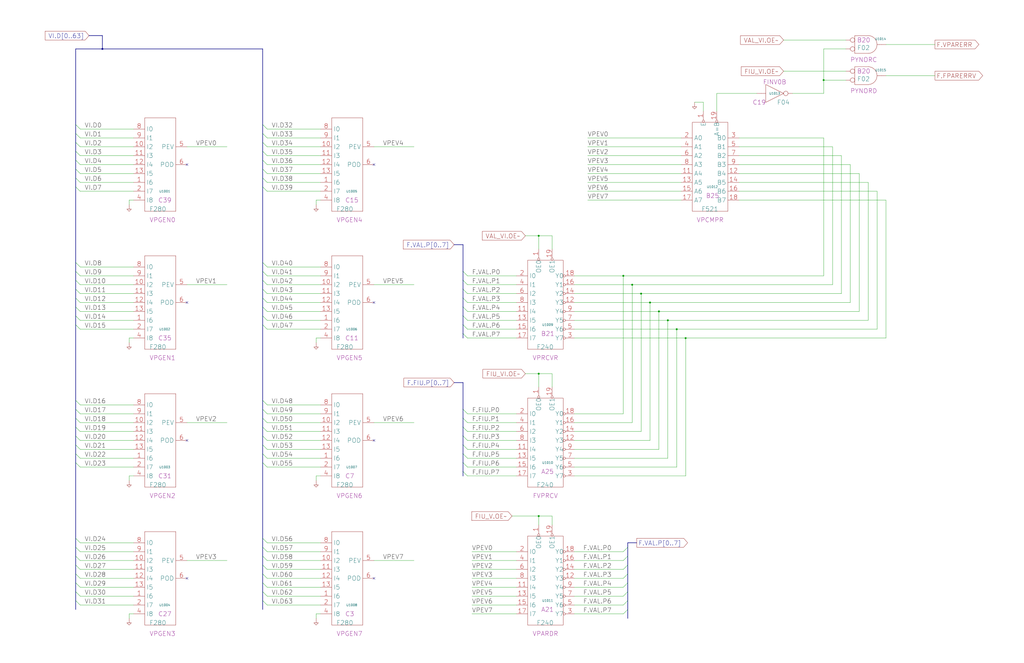
<source format=kicad_sch>
(kicad_sch (version 20250114) (generator "eeschema") (generator_version "9.0")
  (paper "User" 584.2 378.46)
  (title_block (title "VAL/FIU BUS PARITY") (date "20-MAR-90") (rev "1.0") (comment 1 "FIU") (comment 2 "232-003065") (comment 3 "S400") (comment 4 "RELEASED"))
  (lib_symbols
    (symbol "r1000:F02" (pin_numbers (hide yes)) (pin_names (hide yes))
      (property "Reference" "U" (at 12.16 0.635 0))
      (property "Value" "F02" (at -1.27 -4.445 0))
      (property "Location" "___" (at 2.54 0 0))
      (property "Name" "______" (at 2.54 -12.7 0))
      (symbol "F02_0_1"
        (arc (start -3.81 2.54) (mid -2.9847 -2.54) (end -3.81 -7.62) (stroke (width 0.1524)))
        (polyline (pts (xy -5.08 0) (xy -3.175 0)) (stroke (width 0.1524)))
        (polyline (pts (xy -5.08 -5.08) (xy -3.175 -5.08)) (stroke (width 0.1524)))
        (polyline (pts (xy -3.81 2.54) (xy 2.54 2.54)) (stroke (width 0.1524)))
        (polyline (pts (xy -3.81 -7.62) (xy 2.54 -7.62)) (stroke (width 0.1524)))
        (arc (start 2.54 2.54) (mid 6.9477 0.8966) (end 10.16 -2.54) (stroke (width 0.1524)))
        (arc (start 10.16 -2.54) (mid 6.9515 -5.9823) (end 2.54 -7.62) (stroke (width 0.1524)))
        (circle (center 11.43 -2.54) (radius 1.27) (stroke (width 0.1524)))
        (polyline (pts (xy 13.97 -2.54) (xy 12.7 -2.54)) (stroke (width 0.1524)))
      )
      (symbol "F02_0_2"
        (circle (center -3.81 0) (radius 1.27) (stroke (width 0.1524)))
        (circle (center -3.81 -5.08) (radius 1.27) (stroke (width 0.1524)))
        (polyline (pts (xy -2.54 2.54) (xy -2.54 -7.62)) (stroke (width 0.1524)))
        (polyline (pts (xy -2.54 2.54) (xy 5.08 2.54)) (stroke (width 0.1524)))
        (polyline (pts (xy -2.54 -7.62) (xy 5.08 -7.62)) (stroke (width 0.1524)))
        (arc (start 5.08 2.54) (mid 10.1281 -2.54) (end 5.08 -7.62) (stroke (width 0.1524)))
        (polyline (pts (xy 11.43 -2.54) (xy 10.16 -2.54)) (stroke (width 0.1524)))
        (polyline (pts (xy 11.43 -2.54) (xy 12.7 -2.54)) (stroke (width 0.1524)))
      )
      (symbol "F02_1_1"
        (pin input line (at -7.62 0 0) (length 2.54) (name "D0") (number "1"))
        (pin input line (at -7.62 -5.08 0) (length 2.54) (name "D1") (number "2"))
        (pin output line (at 15.24 -2.54 180) (length 1.27) (name "Q") (number "3"))
      )
      (symbol "F02_1_2"
        (pin input line (at -7.62 0 0) (length 2.54) (name "D0") (number "1"))
        (pin input line (at -7.62 -5.08 0) (length 2.54) (name "D1") (number "2"))
        (pin output line (at 15.24 -2.54 180) (length 2.54) (name "Q") (number "3"))
      )
    )
    (symbol "r1000:F04" (pin_numbers (hide yes)) (pin_names (hide yes))
      (property "Reference" "U" (at 0 0 0))
      (property "Value" "F04" (at 1.27 -5.08 0))
      (property "Location" "___" (at -12.7 -5.08 0))
      (property "Name" "______" (at 0 5.08 0))
      (symbol "F04_0_1"
        (polyline (pts (xy -7.62 0) (xy -5.08 0)) (stroke (width 0.1524)))
        (polyline (pts (xy -5.08 5.08) (xy -5.08 -5.08)) (stroke (width 0.1524)))
        (polyline (pts (xy 5.08 0) (xy -5.08 5.08)) (stroke (width 0.1524)))
        (polyline (pts (xy 5.08 0) (xy -5.08 -5.08)) (stroke (width 0.1524)))
        (circle (center 6.35 0) (radius 1.27) (stroke (width 0.1524)))
      )
      (symbol "F04_1_1"
        (pin input line (at -10.16 0 0) (length 2.54) (name "D0") (number "1"))
        (pin output line (at 10.16 0 180) (length 2.54) (name "Q") (number "2"))
      )
    )
    (symbol "r1000:F240" (pin_names (offset 1.016))
      (property "Reference" "U" (at 2.54 5.08 0))
      (property "Value" "F240" (at -3.81 -7.62 0))
      (property "Location" "___" (at -1.27 0 0))
      (property "Name" "______" (at 1.27 -15.24 0))
      (symbol "F240_1_1"
        (rectangle (start -8.89 41.91) (end 11.43 -8.89))
        (circle (center -2.54 42.545) (radius 0.635))
        (circle (center 5.08 42.545) (radius 0.635))
        (circle (center 12.065 33.02) (radius 0.635))
        (circle (center 12.065 27.94) (radius 0.635))
        (circle (center 12.065 22.86) (radius 0.635))
        (circle (center 12.065 17.78) (radius 0.635))
        (circle (center 12.065 12.7) (radius 0.635))
        (circle (center 12.065 7.62) (radius 0.635))
        (circle (center 12.065 2.54) (radius 0.635))
        (circle (center 12.065 -2.54) (radius 0.635))
        (pin input line (at -15.24 33.02 0) (length 6.35) (name "I0") (number "2"))
        (pin input line (at -15.24 27.94 0) (length 6.35) (name "I1") (number "4"))
        (pin input line (at -15.24 22.86 0) (length 6.35) (name "I2") (number "6"))
        (pin input line (at -15.24 17.78 0) (length 6.35) (name "I3") (number "8"))
        (pin input line (at -15.24 12.7 0) (length 6.35) (name "I4") (number "11"))
        (pin input line (at -15.24 7.62 0) (length 6.35) (name "I5") (number "13"))
        (pin input line (at -15.24 2.54 0) (length 6.35) (name "I6") (number "15"))
        (pin input line (at -15.24 -2.54 0) (length 6.35) (name "I7") (number "17"))
        (pin input line (at -2.54 48.26 270) (length 5.08) (name "OE0") (number "1"))
        (pin input line (at 5.08 48.26 270) (length 5.08) (name "OE1") (number "19"))
        (pin tri_state line (at 17.78 33.02 180) (length 5.08) (name "Y0") (number "18"))
        (pin tri_state line (at 17.78 27.94 180) (length 5.08) (name "Y1") (number "16"))
        (pin tri_state line (at 17.78 22.86 180) (length 5.08) (name "Y2") (number "14"))
        (pin tri_state line (at 17.78 17.78 180) (length 5.08) (name "Y3") (number "12"))
        (pin tri_state line (at 17.78 12.7 180) (length 5.08) (name "Y4") (number "9"))
        (pin tri_state line (at 17.78 7.62 180) (length 5.08) (name "Y5") (number "7"))
        (pin tri_state line (at 17.78 2.54 180) (length 5.08) (name "Y6") (number "5"))
        (pin tri_state line (at 17.78 -2.54 180) (length 5.08) (name "Y7") (number "3"))
      )
    )
    (symbol "r1000:F280" (pin_names (offset 1.016))
      (property "Reference" "U" (at 2.54 5.08 0))
      (property "Value" "F280" (at -6.35 -5.08 0))
      (property "Location" "___" (at -1.27 0 0))
      (property "Name" "______" (at 1.27 -12.7 0))
      (symbol "F280_1_1"
        (rectangle (start -8.89 46.99) (end 8.89 -6.35))
        (pin input line (at -15.24 40.64 0) (length 6.35) (name "I0") (number "8"))
        (pin input line (at -15.24 35.56 0) (length 6.35) (name "I1") (number "9"))
        (pin input line (at -15.24 30.48 0) (length 6.35) (name "I2") (number "10"))
        (pin input line (at -15.24 25.4 0) (length 6.35) (name "I3") (number "11"))
        (pin input line (at -15.24 20.32 0) (length 6.35) (name "I4") (number "12"))
        (pin input line (at -15.24 15.24 0) (length 6.35) (name "I5") (number "13"))
        (pin input line (at -15.24 10.16 0) (length 6.35) (name "I6") (number "1"))
        (pin input line (at -15.24 5.08 0) (length 6.35) (name "I7") (number "2"))
        (pin input line (at -15.24 0 0) (length 6.35) (name "I8") (number "4"))
        (pin output line (at 15.24 30.48 180) (length 6.35) (name "PEV") (number "5"))
        (pin output line (at 15.24 20.32 180) (length 6.35) (name "POD") (number "6"))
      )
    )
    (symbol "r1000:F521" (pin_names (offset 1.016))
      (property "Reference" "U" (at 2.54 5.08 0))
      (property "Value" "F521" (at -3.81 -7.62 0))
      (property "Location" "___" (at -1.27 0 0))
      (property "Name" "______" (at 1.27 -15.24 0))
      (symbol "F521_1_1"
        (rectangle (start -8.89 41.91) (end 11.43 -8.89))
        (circle (center -2.54 42.545) (radius 0.635))
        (circle (center 5.08 42.545) (radius 0.635))
        (pin input line (at -15.24 33.02 0) (length 6.35) (name "A0") (number "2"))
        (pin input line (at -15.24 27.94 0) (length 6.35) (name "A1") (number "4"))
        (pin input line (at -15.24 22.86 0) (length 6.35) (name "A2") (number "6"))
        (pin input line (at -15.24 17.78 0) (length 6.35) (name "A3") (number "8"))
        (pin input line (at -15.24 12.7 0) (length 6.35) (name "A4") (number "11"))
        (pin input line (at -15.24 7.62 0) (length 6.35) (name "A5") (number "13"))
        (pin input line (at -15.24 2.54 0) (length 6.35) (name "A6") (number "15"))
        (pin input line (at -15.24 -2.54 0) (length 6.35) (name "A7") (number "17"))
        (pin input line (at -2.54 48.26 270) (length 5.08) (name "E") (number "1"))
        (pin output line (at 5.08 48.26 270) (length 5.08) (name "A=B") (number "19"))
        (pin input line (at 17.78 33.02 180) (length 6.35) (name "B0") (number "3"))
        (pin input line (at 17.78 27.94 180) (length 6.35) (name "B1") (number "5"))
        (pin input line (at 17.78 22.86 180) (length 6.35) (name "B2") (number "7"))
        (pin input line (at 17.78 17.78 180) (length 6.35) (name "B3") (number "9"))
        (pin input line (at 17.78 12.7 180) (length 6.35) (name "B4") (number "12"))
        (pin input line (at 17.78 7.62 180) (length 6.35) (name "B5") (number "14"))
        (pin input line (at 17.78 2.54 180) (length 6.35) (name "B6") (number "16"))
        (pin input line (at 17.78 -2.54 180) (length 6.35) (name "B7") (number "18"))
      )
    )
    (symbol "r1000:PD" (power) (pin_numbers (hide yes)) (pin_names (hide yes)) (in_bom no)
      (symbol "PD_0_1"
        (polyline (pts (xy 0 -2.54) (xy 1.27 -2.54) (xy 0 -3.81) (xy -1.27 -2.54) (xy 0 -2.54)) (stroke (width 0.1524)))
      )
      (symbol "PD_1_1"
        (pin power_in line (at 0 0 270) (length 2.54) (name "PD") (number "1"))
      )
    )
  )
  (junction (at 391.16 193.04))
  (junction (at 370.84 172.72))
  (junction (at 365.76 167.64))
  (junction (at 355.6 157.48))
  (junction (at 469.9 45.72))
  (junction (at 386.08 187.96))
  (junction (at 58.42 27.94))
  (junction (at 307.34 213.36))
  (junction (at 307.34 294.64))
  (junction (at 360.68 162.56))
  (junction (at 381 182.88))
  (junction (at 307.34 134.62))
  (junction (at 375.92 177.8))
  (no_connect (at 106.68 93.98))
  (no_connect (at 213.36 172.72))
  (no_connect (at 106.68 172.72))
  (no_connect (at 213.36 330.2))
  (no_connect (at 106.68 251.46))
  (no_connect (at 213.36 93.98))
  (no_connect (at 106.68 330.2))
  (no_connect (at 213.36 251.46))
  (bus_entry (at 149.86 342.9) (size 2.54 2.54))
  (bus_entry (at 43.18 96.52) (size 2.54 2.54))
  (bus_entry (at 43.18 185.42) (size 2.54 2.54))
  (bus_entry (at 149.86 322.58) (size 2.54 2.54))
  (bus_entry (at 358.14 337.82) (size -2.54 2.54))
  (bus_entry (at 43.18 91.44) (size 2.54 2.54))
  (bus_entry (at 264.16 160.02) (size 2.54 2.54))
  (bus_entry (at 358.14 342.9) (size -2.54 2.54))
  (bus_entry (at 43.18 248.92) (size 2.54 2.54))
  (bus_entry (at 43.18 312.42) (size 2.54 2.54))
  (bus_entry (at 264.16 238.76) (size 2.54 2.54))
  (bus_entry (at 149.86 317.5) (size 2.54 2.54))
  (bus_entry (at 264.16 269.24) (size 2.54 2.54))
  (bus_entry (at 43.18 233.68) (size 2.54 2.54))
  (bus_entry (at 149.86 106.68) (size 2.54 2.54))
  (bus_entry (at 43.18 154.94) (size 2.54 2.54))
  (bus_entry (at 149.86 327.66) (size 2.54 2.54))
  (bus_entry (at 264.16 180.34) (size 2.54 2.54))
  (bus_entry (at 149.86 180.34) (size 2.54 2.54))
  (bus_entry (at 43.18 337.82) (size 2.54 2.54))
  (bus_entry (at 358.14 327.66) (size -2.54 2.54))
  (bus_entry (at 149.86 259.08) (size 2.54 2.54))
  (bus_entry (at 149.86 233.68) (size 2.54 2.54))
  (bus_entry (at 43.18 106.68) (size 2.54 2.54))
  (bus_entry (at 43.18 327.66) (size 2.54 2.54))
  (bus_entry (at 149.86 160.02) (size 2.54 2.54))
  (bus_entry (at 149.86 248.92) (size 2.54 2.54))
  (bus_entry (at 149.86 332.74) (size 2.54 2.54))
  (bus_entry (at 149.86 86.36) (size 2.54 2.54))
  (bus_entry (at 43.18 81.28) (size 2.54 2.54))
  (bus_entry (at 149.86 175.26) (size 2.54 2.54))
  (bus_entry (at 149.86 81.28) (size 2.54 2.54))
  (bus_entry (at 149.86 243.84) (size 2.54 2.54))
  (bus_entry (at 264.16 165.1) (size 2.54 2.54))
  (bus_entry (at 149.86 312.42) (size 2.54 2.54))
  (bus_entry (at 43.18 264.16) (size 2.54 2.54))
  (bus_entry (at 43.18 101.6) (size 2.54 2.54))
  (bus_entry (at 264.16 254) (size 2.54 2.54))
  (bus_entry (at 149.86 154.94) (size 2.54 2.54))
  (bus_entry (at 149.86 101.6) (size 2.54 2.54))
  (bus_entry (at 43.18 254) (size 2.54 2.54))
  (bus_entry (at 149.86 238.76) (size 2.54 2.54))
  (bus_entry (at 264.16 185.42) (size 2.54 2.54))
  (bus_entry (at 264.16 243.84) (size 2.54 2.54))
  (bus_entry (at 43.18 317.5) (size 2.54 2.54))
  (bus_entry (at 149.86 337.82) (size 2.54 2.54))
  (bus_entry (at 43.18 243.84) (size 2.54 2.54))
  (bus_entry (at 149.86 185.42) (size 2.54 2.54))
  (bus_entry (at 264.16 170.18) (size 2.54 2.54))
  (bus_entry (at 43.18 71.12) (size 2.54 2.54))
  (bus_entry (at 149.86 254) (size 2.54 2.54))
  (bus_entry (at 264.16 154.94) (size 2.54 2.54))
  (bus_entry (at 43.18 259.08) (size 2.54 2.54))
  (bus_entry (at 43.18 180.34) (size 2.54 2.54))
  (bus_entry (at 43.18 342.9) (size 2.54 2.54))
  (bus_entry (at 149.86 91.44) (size 2.54 2.54))
  (bus_entry (at 358.14 347.98) (size -2.54 2.54))
  (bus_entry (at 264.16 264.16) (size 2.54 2.54))
  (bus_entry (at 43.18 322.58) (size 2.54 2.54))
  (bus_entry (at 43.18 307.34) (size 2.54 2.54))
  (bus_entry (at 149.86 264.16) (size 2.54 2.54))
  (bus_entry (at 358.14 322.58) (size -2.54 2.54))
  (bus_entry (at 149.86 228.6) (size 2.54 2.54))
  (bus_entry (at 149.86 149.86) (size 2.54 2.54))
  (bus_entry (at 149.86 71.12) (size 2.54 2.54))
  (bus_entry (at 43.18 170.18) (size 2.54 2.54))
  (bus_entry (at 149.86 165.1) (size 2.54 2.54))
  (bus_entry (at 358.14 317.5) (size -2.54 2.54))
  (bus_entry (at 43.18 332.74) (size 2.54 2.54))
  (bus_entry (at 264.16 190.5) (size 2.54 2.54))
  (bus_entry (at 43.18 86.36) (size 2.54 2.54))
  (bus_entry (at 43.18 149.86) (size 2.54 2.54))
  (bus_entry (at 264.16 175.26) (size 2.54 2.54))
  (bus_entry (at 358.14 312.42) (size -2.54 2.54))
  (bus_entry (at 149.86 170.18) (size 2.54 2.54))
  (bus_entry (at 43.18 175.26) (size 2.54 2.54))
  (bus_entry (at 43.18 160.02) (size 2.54 2.54))
  (bus_entry (at 43.18 228.6) (size 2.54 2.54))
  (bus_entry (at 264.16 259.08) (size 2.54 2.54))
  (bus_entry (at 43.18 165.1) (size 2.54 2.54))
  (bus_entry (at 264.16 233.68) (size 2.54 2.54))
  (bus_entry (at 358.14 332.74) (size -2.54 2.54))
  (bus_entry (at 149.86 76.2) (size 2.54 2.54))
  (bus_entry (at 149.86 307.34) (size 2.54 2.54))
  (bus_entry (at 43.18 238.76) (size 2.54 2.54))
  (bus_entry (at 264.16 248.92) (size 2.54 2.54))
  (bus_entry (at 43.18 76.2) (size 2.54 2.54))
  (bus_entry (at 149.86 96.52) (size 2.54 2.54))
  (wire (pts (xy 495.3 104.14) (xy 495.3 182.88)))
  (bus (pts (xy 43.18 254) (xy 43.18 259.08)))
  (bus (pts (xy 264.16 233.68) (xy 264.16 238.76)))
  (wire (pts (xy 355.6 236.22) (xy 355.6 157.48)))
  (bus (pts (xy 264.16 254) (xy 264.16 259.08)))
  (bus (pts (xy 43.18 228.6) (xy 43.18 233.68)))
  (wire (pts (xy 73.66 114.3) (xy 73.66 116.84)))
  (wire (pts (xy 45.72 314.96) (xy 76.2 314.96)))
  (bus (pts (xy 149.86 27.94) (xy 149.86 71.12)))
  (wire (pts (xy 152.4 152.4) (xy 182.88 152.4)))
  (wire (pts (xy 45.72 325.12) (xy 76.2 325.12)))
  (wire (pts (xy 152.4 73.66) (xy 182.88 73.66)))
  (bus (pts (xy 58.42 27.94) (xy 149.86 27.94)))
  (wire (pts (xy 391.16 271.78) (xy 327.66 271.78)))
  (wire (pts (xy 266.7 236.22) (xy 294.64 236.22)))
  (wire (pts (xy 505.46 114.3) (xy 505.46 193.04)))
  (wire (pts (xy 45.72 167.64) (xy 76.2 167.64)))
  (wire (pts (xy 266.7 193.04) (xy 294.64 193.04)))
  (wire (pts (xy 152.4 172.72) (xy 182.88 172.72)))
  (bus (pts (xy 43.18 106.68) (xy 43.18 149.86)))
  (wire (pts (xy 505.46 43.18) (xy 533.4 43.18)))
  (wire (pts (xy 45.72 236.22) (xy 76.2 236.22)))
  (wire (pts (xy 152.4 314.96) (xy 182.88 314.96)))
  (bus (pts (xy 149.86 180.34) (xy 149.86 185.42)))
  (wire (pts (xy 73.66 350.52) (xy 73.66 353.06)))
  (wire (pts (xy 365.76 167.64) (xy 327.66 167.64)))
  (wire (pts (xy 106.68 320.04) (xy 129.54 320.04)))
  (wire (pts (xy 180.34 350.52) (xy 180.34 353.06)))
  (wire (pts (xy 45.72 320.04) (xy 76.2 320.04)))
  (wire (pts (xy 152.4 187.96) (xy 182.88 187.96)))
  (bus (pts (xy 358.14 309.88) (xy 363.22 309.88)))
  (bus (pts (xy 149.86 154.94) (xy 149.86 160.02)))
  (wire (pts (xy 269.24 330.2) (xy 294.64 330.2)))
  (wire (pts (xy 421.64 78.74) (xy 469.9 78.74)))
  (bus (pts (xy 43.18 342.9) (xy 43.18 347.98)))
  (wire (pts (xy 375.92 177.8) (xy 327.66 177.8)))
  (wire (pts (xy 152.4 182.88) (xy 182.88 182.88)))
  (wire (pts (xy 490.22 177.8) (xy 375.92 177.8)))
  (wire (pts (xy 266.7 246.38) (xy 294.64 246.38)))
  (wire (pts (xy 500.38 187.96) (xy 386.08 187.96)))
  (wire (pts (xy 314.96 134.62) (xy 307.34 134.62)))
  (bus (pts (xy 149.86 228.6) (xy 149.86 233.68)))
  (wire (pts (xy 381 261.62) (xy 327.66 261.62)))
  (bus (pts (xy 264.16 264.16) (xy 264.16 269.24)))
  (wire (pts (xy 266.7 266.7) (xy 294.64 266.7)))
  (bus (pts (xy 43.18 170.18) (xy 43.18 175.26)))
  (bus (pts (xy 259.08 139.7) (xy 264.16 139.7)))
  (bus (pts (xy 149.86 175.26) (xy 149.86 180.34)))
  (bus (pts (xy 264.16 180.34) (xy 264.16 185.42)))
  (wire (pts (xy 45.72 99.06) (xy 76.2 99.06)))
  (wire (pts (xy 266.7 162.56) (xy 294.64 162.56)))
  (bus (pts (xy 149.86 307.34) (xy 149.86 312.42)))
  (wire (pts (xy 401.32 63.5) (xy 401.32 58.42)))
  (wire (pts (xy 152.4 167.64) (xy 182.88 167.64)))
  (wire (pts (xy 45.72 231.14) (xy 76.2 231.14)))
  (wire (pts (xy 447.04 22.86) (xy 482.6 22.86)))
  (bus (pts (xy 149.86 106.68) (xy 149.86 149.86)))
  (wire (pts (xy 266.7 271.78) (xy 294.64 271.78)))
  (wire (pts (xy 45.72 162.56) (xy 76.2 162.56)))
  (wire (pts (xy 152.4 335.28) (xy 182.88 335.28)))
  (bus (pts (xy 43.18 312.42) (xy 43.18 317.5)))
  (wire (pts (xy 45.72 73.66) (xy 76.2 73.66)))
  (wire (pts (xy 45.72 83.82) (xy 76.2 83.82)))
  (wire (pts (xy 335.28 109.22) (xy 388.62 109.22)))
  (bus (pts (xy 149.86 170.18) (xy 149.86 175.26)))
  (bus (pts (xy 149.86 233.68) (xy 149.86 238.76)))
  (wire (pts (xy 45.72 335.28) (xy 76.2 335.28)))
  (bus (pts (xy 149.86 332.74) (xy 149.86 337.82)))
  (wire (pts (xy 490.22 99.06) (xy 490.22 177.8)))
  (bus (pts (xy 358.14 337.82) (xy 358.14 342.9)))
  (bus (pts (xy 264.16 160.02) (xy 264.16 165.1)))
  (wire (pts (xy 180.34 114.3) (xy 180.34 116.84)))
  (bus (pts (xy 358.14 322.58) (xy 358.14 327.66)))
  (bus (pts (xy 149.86 149.86) (xy 149.86 154.94)))
  (bus (pts (xy 149.86 327.66) (xy 149.86 332.74)))
  (bus (pts (xy 149.86 322.58) (xy 149.86 327.66)))
  (wire (pts (xy 307.34 299.72) (xy 307.34 294.64)))
  (wire (pts (xy 152.4 104.14) (xy 182.88 104.14)))
  (bus (pts (xy 358.14 347.98) (xy 358.14 353.06)))
  (bus (pts (xy 149.86 259.08) (xy 149.86 264.16)))
  (wire (pts (xy 327.66 172.72) (xy 370.84 172.72)))
  (wire (pts (xy 386.08 266.7) (xy 386.08 187.96)))
  (wire (pts (xy 421.64 88.9) (xy 480.06 88.9)))
  (wire (pts (xy 381 182.88) (xy 381 261.62)))
  (wire (pts (xy 266.7 172.72) (xy 294.64 172.72)))
  (wire (pts (xy 152.4 325.12) (xy 182.88 325.12)))
  (wire (pts (xy 408.94 63.5) (xy 408.94 53.34)))
  (wire (pts (xy 152.4 340.36) (xy 182.88 340.36)))
  (wire (pts (xy 45.72 261.62) (xy 76.2 261.62)))
  (wire (pts (xy 314.96 142.24) (xy 314.96 134.62)))
  (wire (pts (xy 314.96 294.64) (xy 307.34 294.64)))
  (wire (pts (xy 474.98 83.82) (xy 474.98 162.56)))
  (wire (pts (xy 391.16 193.04) (xy 391.16 271.78)))
  (wire (pts (xy 307.34 142.24) (xy 307.34 134.62)))
  (wire (pts (xy 45.72 177.8) (xy 76.2 177.8)))
  (bus (pts (xy 149.86 337.82) (xy 149.86 342.9)))
  (wire (pts (xy 45.72 88.9) (xy 76.2 88.9)))
  (bus (pts (xy 259.08 218.44) (xy 264.16 218.44)))
  (bus (pts (xy 149.86 342.9) (xy 149.86 347.98)))
  (wire (pts (xy 152.4 256.54) (xy 182.88 256.54)))
  (wire (pts (xy 45.72 93.98) (xy 76.2 93.98)))
  (wire (pts (xy 505.46 193.04) (xy 391.16 193.04)))
  (wire (pts (xy 266.7 256.54) (xy 294.64 256.54)))
  (wire (pts (xy 152.4 231.14) (xy 182.88 231.14)))
  (bus (pts (xy 264.16 259.08) (xy 264.16 264.16)))
  (wire (pts (xy 269.24 325.12) (xy 294.64 325.12)))
  (bus (pts (xy 43.18 337.82) (xy 43.18 342.9)))
  (wire (pts (xy 421.64 83.82) (xy 474.98 83.82)))
  (wire (pts (xy 269.24 340.36) (xy 294.64 340.36)))
  (wire (pts (xy 182.88 350.52) (xy 180.34 350.52)))
  (wire (pts (xy 152.4 241.3) (xy 182.88 241.3)))
  (wire (pts (xy 327.66 320.04) (xy 355.6 320.04)))
  (wire (pts (xy 327.66 335.28) (xy 355.6 335.28)))
  (bus (pts (xy 149.86 76.2) (xy 149.86 81.28)))
  (bus (pts (xy 264.16 269.24) (xy 264.16 271.78)))
  (wire (pts (xy 474.98 162.56) (xy 360.68 162.56)))
  (wire (pts (xy 421.64 99.06) (xy 490.22 99.06)))
  (bus (pts (xy 358.14 312.42) (xy 358.14 317.5)))
  (wire (pts (xy 307.34 294.64) (xy 292.1 294.64)))
  (wire (pts (xy 505.46 25.4) (xy 533.4 25.4)))
  (wire (pts (xy 45.72 246.38) (xy 76.2 246.38)))
  (wire (pts (xy 480.06 88.9) (xy 480.06 167.64)))
  (wire (pts (xy 182.88 193.04) (xy 180.34 193.04)))
  (wire (pts (xy 152.4 236.22) (xy 182.88 236.22)))
  (wire (pts (xy 327.66 350.52) (xy 355.6 350.52)))
  (wire (pts (xy 152.4 83.82) (xy 182.88 83.82)))
  (wire (pts (xy 76.2 193.04) (xy 73.66 193.04)))
  (bus (pts (xy 43.18 81.28) (xy 43.18 86.36)))
  (bus (pts (xy 264.16 139.7) (xy 264.16 154.94)))
  (wire (pts (xy 370.84 172.72) (xy 370.84 251.46)))
  (wire (pts (xy 266.7 241.3) (xy 294.64 241.3)))
  (bus (pts (xy 264.16 154.94) (xy 264.16 160.02)))
  (bus (pts (xy 149.86 238.76) (xy 149.86 243.84)))
  (wire (pts (xy 152.4 320.04) (xy 182.88 320.04)))
  (wire (pts (xy 355.6 157.48) (xy 327.66 157.48)))
  (wire (pts (xy 452.12 53.34) (xy 469.9 53.34)))
  (bus (pts (xy 43.18 332.74) (xy 43.18 337.82)))
  (bus (pts (xy 149.86 91.44) (xy 149.86 96.52)))
  (wire (pts (xy 327.66 246.38) (xy 365.76 246.38)))
  (wire (pts (xy 386.08 187.96) (xy 327.66 187.96)))
  (wire (pts (xy 266.7 187.96) (xy 294.64 187.96)))
  (wire (pts (xy 469.9 157.48) (xy 355.6 157.48)))
  (wire (pts (xy 213.36 83.82) (xy 236.22 83.82)))
  (bus (pts (xy 358.14 342.9) (xy 358.14 347.98)))
  (wire (pts (xy 469.9 27.94) (xy 482.6 27.94)))
  (wire (pts (xy 360.68 162.56) (xy 360.68 241.3)))
  (wire (pts (xy 327.66 162.56) (xy 360.68 162.56)))
  (wire (pts (xy 152.4 251.46) (xy 182.88 251.46)))
  (bus (pts (xy 149.86 81.28) (xy 149.86 86.36)))
  (wire (pts (xy 269.24 345.44) (xy 294.64 345.44)))
  (bus (pts (xy 149.86 101.6) (xy 149.86 106.68)))
  (bus (pts (xy 358.14 317.5) (xy 358.14 322.58)))
  (wire (pts (xy 182.88 271.78) (xy 180.34 271.78)))
  (bus (pts (xy 43.18 180.34) (xy 43.18 185.42)))
  (wire (pts (xy 45.72 104.14) (xy 76.2 104.14)))
  (bus (pts (xy 358.14 327.66) (xy 358.14 332.74)))
  (wire (pts (xy 45.72 78.74) (xy 76.2 78.74)))
  (wire (pts (xy 421.64 104.14) (xy 495.3 104.14)))
  (bus (pts (xy 264.16 238.76) (xy 264.16 243.84)))
  (wire (pts (xy 401.32 58.42) (xy 396.24 58.42)))
  (wire (pts (xy 266.7 182.88) (xy 294.64 182.88)))
  (wire (pts (xy 335.28 78.74) (xy 388.62 78.74)))
  (bus (pts (xy 264.16 165.1) (xy 264.16 170.18)))
  (wire (pts (xy 269.24 320.04) (xy 294.64 320.04)))
  (wire (pts (xy 45.72 251.46) (xy 76.2 251.46)))
  (wire (pts (xy 408.94 53.34) (xy 431.8 53.34)))
  (wire (pts (xy 152.4 266.7) (xy 182.88 266.7)))
  (wire (pts (xy 335.28 104.14) (xy 388.62 104.14)))
  (bus (pts (xy 264.16 243.84) (xy 264.16 248.92)))
  (bus (pts (xy 43.18 96.52) (xy 43.18 101.6)))
  (wire (pts (xy 365.76 246.38) (xy 365.76 167.64)))
  (wire (pts (xy 485.14 93.98) (xy 485.14 172.72)))
  (wire (pts (xy 269.24 350.52) (xy 294.64 350.52)))
  (wire (pts (xy 266.7 177.8) (xy 294.64 177.8)))
  (wire (pts (xy 327.66 325.12) (xy 355.6 325.12)))
  (bus (pts (xy 149.86 71.12) (xy 149.86 76.2)))
  (bus (pts (xy 264.16 170.18) (xy 264.16 175.26)))
  (wire (pts (xy 152.4 246.38) (xy 182.88 246.38)))
  (bus (pts (xy 43.18 238.76) (xy 43.18 243.84)))
  (wire (pts (xy 152.4 177.8) (xy 182.88 177.8)))
  (bus (pts (xy 43.18 149.86) (xy 43.18 154.94)))
  (wire (pts (xy 213.36 162.56) (xy 236.22 162.56)))
  (bus (pts (xy 264.16 185.42) (xy 264.16 190.5)))
  (bus (pts (xy 149.86 243.84) (xy 149.86 248.92)))
  (wire (pts (xy 152.4 162.56) (xy 182.88 162.56)))
  (bus (pts (xy 43.18 322.58) (xy 43.18 327.66)))
  (wire (pts (xy 327.66 340.36) (xy 355.6 340.36)))
  (wire (pts (xy 335.28 99.06) (xy 388.62 99.06)))
  (bus (pts (xy 43.18 101.6) (xy 43.18 106.68)))
  (wire (pts (xy 152.4 261.62) (xy 182.88 261.62)))
  (bus (pts (xy 149.86 185.42) (xy 149.86 228.6)))
  (wire (pts (xy 269.24 314.96) (xy 294.64 314.96)))
  (bus (pts (xy 43.18 76.2) (xy 43.18 81.28)))
  (wire (pts (xy 45.72 182.88) (xy 76.2 182.88)))
  (wire (pts (xy 307.34 220.98) (xy 307.34 213.36)))
  (wire (pts (xy 45.72 340.36) (xy 76.2 340.36)))
  (bus (pts (xy 43.18 264.16) (xy 43.18 307.34)))
  (bus (pts (xy 149.86 312.42) (xy 149.86 317.5)))
  (bus (pts (xy 43.18 243.84) (xy 43.18 248.92)))
  (wire (pts (xy 45.72 109.22) (xy 76.2 109.22)))
  (wire (pts (xy 327.66 193.04) (xy 391.16 193.04)))
  (wire (pts (xy 266.7 261.62) (xy 294.64 261.62)))
  (wire (pts (xy 469.9 45.72) (xy 469.9 27.94)))
  (bus (pts (xy 264.16 218.44) (xy 264.16 233.68)))
  (wire (pts (xy 180.34 271.78) (xy 180.34 274.32)))
  (wire (pts (xy 314.96 213.36) (xy 307.34 213.36)))
  (wire (pts (xy 314.96 299.72) (xy 314.96 294.64)))
  (bus (pts (xy 149.86 96.52) (xy 149.86 101.6)))
  (wire (pts (xy 327.66 182.88) (xy 381 182.88)))
  (wire (pts (xy 76.2 350.52) (xy 73.66 350.52)))
  (wire (pts (xy 152.4 309.88) (xy 182.88 309.88)))
  (wire (pts (xy 327.66 314.96) (xy 355.6 314.96)))
  (bus (pts (xy 43.18 86.36) (xy 43.18 91.44)))
  (wire (pts (xy 266.7 167.64) (xy 294.64 167.64)))
  (wire (pts (xy 45.72 187.96) (xy 76.2 187.96)))
  (wire (pts (xy 45.72 330.2) (xy 76.2 330.2)))
  (wire (pts (xy 327.66 330.2) (xy 355.6 330.2)))
  (wire (pts (xy 480.06 167.64) (xy 365.76 167.64)))
  (wire (pts (xy 152.4 157.48) (xy 182.88 157.48)))
  (wire (pts (xy 335.28 93.98) (xy 388.62 93.98)))
  (bus (pts (xy 149.86 248.92) (xy 149.86 254)))
  (bus (pts (xy 43.18 317.5) (xy 43.18 322.58)))
  (bus (pts (xy 50.8 20.32) (xy 58.42 20.32)))
  (wire (pts (xy 266.7 251.46) (xy 294.64 251.46)))
  (wire (pts (xy 152.4 78.74) (xy 182.88 78.74)))
  (wire (pts (xy 73.66 193.04) (xy 73.66 195.58)))
  (bus (pts (xy 43.18 248.92) (xy 43.18 254)))
  (wire (pts (xy 213.36 241.3) (xy 236.22 241.3)))
  (bus (pts (xy 358.14 332.74) (xy 358.14 337.82)))
  (wire (pts (xy 45.72 157.48) (xy 76.2 157.48)))
  (wire (pts (xy 485.14 172.72) (xy 370.84 172.72)))
  (wire (pts (xy 45.72 241.3) (xy 76.2 241.3)))
  (wire (pts (xy 335.28 83.82) (xy 388.62 83.82)))
  (wire (pts (xy 469.9 45.72) (xy 482.6 45.72)))
  (bus (pts (xy 264.16 190.5) (xy 264.16 193.04)))
  (wire (pts (xy 360.68 241.3) (xy 327.66 241.3)))
  (bus (pts (xy 43.18 165.1) (xy 43.18 170.18)))
  (wire (pts (xy 152.4 330.2) (xy 182.88 330.2)))
  (bus (pts (xy 149.86 165.1) (xy 149.86 170.18)))
  (bus (pts (xy 43.18 91.44) (xy 43.18 96.52)))
  (wire (pts (xy 152.4 93.98) (xy 182.88 93.98)))
  (wire (pts (xy 327.66 256.54) (xy 375.92 256.54)))
  (wire (pts (xy 335.28 88.9) (xy 388.62 88.9)))
  (wire (pts (xy 495.3 182.88) (xy 381 182.88)))
  (wire (pts (xy 45.72 309.88) (xy 76.2 309.88)))
  (bus (pts (xy 43.18 71.12) (xy 43.18 76.2)))
  (wire (pts (xy 73.66 271.78) (xy 73.66 274.32)))
  (bus (pts (xy 358.14 309.88) (xy 358.14 312.42)))
  (bus (pts (xy 264.16 248.92) (xy 264.16 254)))
  (wire (pts (xy 182.88 114.3) (xy 180.34 114.3)))
  (wire (pts (xy 327.66 345.44) (xy 355.6 345.44)))
  (bus (pts (xy 43.18 185.42) (xy 43.18 228.6)))
  (bus (pts (xy 43.18 27.94) (xy 58.42 27.94)))
  (bus (pts (xy 149.86 264.16) (xy 149.86 307.34)))
  (wire (pts (xy 180.34 193.04) (xy 180.34 195.58)))
  (wire (pts (xy 314.96 220.98) (xy 314.96 213.36)))
  (wire (pts (xy 45.72 256.54) (xy 76.2 256.54)))
  (wire (pts (xy 469.9 78.74) (xy 469.9 157.48)))
  (wire (pts (xy 375.92 256.54) (xy 375.92 177.8)))
  (wire (pts (xy 106.68 241.3) (xy 129.54 241.3)))
  (bus (pts (xy 43.18 175.26) (xy 43.18 180.34)))
  (wire (pts (xy 327.66 236.22) (xy 355.6 236.22)))
  (wire (pts (xy 45.72 345.44) (xy 76.2 345.44)))
  (wire (pts (xy 421.64 114.3) (xy 505.46 114.3)))
  (bus (pts (xy 43.18 160.02) (xy 43.18 165.1)))
  (wire (pts (xy 106.68 83.82) (xy 129.54 83.82)))
  (wire (pts (xy 76.2 114.3) (xy 73.66 114.3)))
  (wire (pts (xy 269.24 335.28) (xy 294.64 335.28)))
  (wire (pts (xy 266.7 157.48) (xy 294.64 157.48)))
  (wire (pts (xy 152.4 88.9) (xy 182.88 88.9)))
  (wire (pts (xy 45.72 172.72) (xy 76.2 172.72)))
  (wire (pts (xy 370.84 251.46) (xy 327.66 251.46)))
  (wire (pts (xy 421.64 93.98) (xy 485.14 93.98)))
  (wire (pts (xy 76.2 271.78) (xy 73.66 271.78)))
  (wire (pts (xy 213.36 320.04) (xy 236.22 320.04)))
  (wire (pts (xy 469.9 53.34) (xy 469.9 45.72)))
  (wire (pts (xy 447.04 40.64) (xy 482.6 40.64)))
  (bus (pts (xy 43.18 154.94) (xy 43.18 160.02)))
  (bus (pts (xy 43.18 27.94) (xy 43.18 71.12)))
  (wire (pts (xy 45.72 266.7) (xy 76.2 266.7)))
  (wire (pts (xy 335.28 114.3) (xy 388.62 114.3)))
  (wire (pts (xy 45.72 152.4) (xy 76.2 152.4)))
  (bus (pts (xy 149.86 254) (xy 149.86 259.08)))
  (wire (pts (xy 106.68 162.56) (xy 129.54 162.56)))
  (bus (pts (xy 43.18 233.68) (xy 43.18 238.76)))
  (bus (pts (xy 149.86 86.36) (xy 149.86 91.44)))
  (bus (pts (xy 264.16 175.26) (xy 264.16 180.34)))
  (wire (pts (xy 327.66 266.7) (xy 386.08 266.7)))
  (wire (pts (xy 421.64 109.22) (xy 500.38 109.22)))
  (bus (pts (xy 149.86 317.5) (xy 149.86 322.58)))
  (bus (pts (xy 43.18 307.34) (xy 43.18 312.42)))
  (wire (pts (xy 307.34 213.36) (xy 299.72 213.36)))
  (bus (pts (xy 58.42 20.32) (xy 58.42 27.94)))
  (wire (pts (xy 152.4 345.44) (xy 182.88 345.44)))
  (bus (pts (xy 149.86 160.02) (xy 149.86 165.1)))
  (wire (pts (xy 152.4 109.22) (xy 182.88 109.22)))
  (wire (pts (xy 307.34 134.62) (xy 299.72 134.62)))
  (wire (pts (xy 500.38 109.22) (xy 500.38 187.96)))
  (wire (pts (xy 152.4 99.06) (xy 182.88 99.06)))
  (bus (pts (xy 43.18 327.66) (xy 43.18 332.74)))
  (bus (pts (xy 43.18 259.08) (xy 43.18 264.16)))
  (label "VI.D9" (at 48.26 157.48 0) (effects (font (size 2.54 2.54))))
  (label "VPEV3" (at 335.28 93.98 0) (effects (font (size 2.54 2.54))))
  (label "VI.D22" (at 48.26 261.62 0) (effects (font (size 2.54 2.54))))
  (label "VI.D49" (at 154.94 236.22 0) (effects (font (size 2.54 2.54))))
  (label "VI.D2" (at 48.26 83.82 0) (effects (font (size 2.54 2.54))))
  (label "VI.D28" (at 48.26 330.2 0) (effects (font (size 2.54 2.54))))
  (label "VPEV1" (at 269.24 320.04 0) (effects (font (size 2.54 2.54))))
  (label "VPEV2" (at 335.28 88.9 0) (effects (font (size 2.54 2.54))))
  (label "F.VAL.P5" (at 332.74 340.36 0) (effects (font (size 2.54 2.54))))
  (label "VI.D47" (at 154.94 187.96 0) (effects (font (size 2.54 2.54))))
  (label "VI.D3" (at 48.26 88.9 0) (effects (font (size 2.54 2.54))))
  (label "VI.D52" (at 154.94 251.46 0) (effects (font (size 2.54 2.54))))
  (label "VI.D6" (at 48.26 104.14 0) (effects (font (size 2.54 2.54))))
  (label "VI.D58" (at 154.94 320.04 0) (effects (font (size 2.54 2.54))))
  (label "VPEV6" (at 218.44 241.3 0) (effects (font (size 2.54 2.54))))
  (label "F.VAL.P4" (at 332.74 335.28 0) (effects (font (size 2.54 2.54))))
  (label "VPEV6" (at 269.24 345.44 0) (effects (font (size 2.54 2.54))))
  (label "VI.D48" (at 154.94 231.14 0) (effects (font (size 2.54 2.54))))
  (label "VI.D35" (at 154.94 88.9 0) (effects (font (size 2.54 2.54))))
  (label "VI.D54" (at 154.94 261.62 0) (effects (font (size 2.54 2.54))))
  (label "VI.D40" (at 154.94 152.4 0) (effects (font (size 2.54 2.54))))
  (label "VI.D11" (at 48.26 167.64 0) (effects (font (size 2.54 2.54))))
  (label "VPEV5" (at 269.24 340.36 0) (effects (font (size 2.54 2.54))))
  (label "VI.D7" (at 48.26 109.22 0) (effects (font (size 2.54 2.54))))
  (label "VI.D0" (at 48.26 73.66 0) (effects (font (size 2.54 2.54))))
  (label "VI.D25" (at 48.26 314.96 0) (effects (font (size 2.54 2.54))))
  (label "VPEV7" (at 218.44 320.04 0) (effects (font (size 2.54 2.54))))
  (label "VI.D24" (at 48.26 309.88 0) (effects (font (size 2.54 2.54))))
  (label "VI.D36" (at 154.94 93.98 0) (effects (font (size 2.54 2.54))))
  (label "VPEV1" (at 335.28 83.82 0) (effects (font (size 2.54 2.54))))
  (label "VI.D1" (at 48.26 78.74 0) (effects (font (size 2.54 2.54))))
  (label "VI.D15" (at 48.26 187.96 0) (effects (font (size 2.54 2.54))))
  (label "F.VAL.P0" (at 269.24 157.48 0) (effects (font (size 2.54 2.54))))
  (label "F.VAL.P2" (at 269.24 167.64 0) (effects (font (size 2.54 2.54))))
  (label "VPEV0" (at 335.28 78.74 0) (effects (font (size 2.54 2.54))))
  (label "F.FIU.P7" (at 269.24 271.78 0) (effects (font (size 2.54 2.54))))
  (label "VI.D57" (at 154.94 314.96 0) (effects (font (size 2.54 2.54))))
  (label "F.VAL.P7" (at 269.24 193.04 0) (effects (font (size 2.54 2.54))))
  (label "VI.D46" (at 154.94 182.88 0) (effects (font (size 2.54 2.54))))
  (label "F.FIU.P0" (at 269.24 236.22 0) (effects (font (size 2.54 2.54))))
  (label "VI.D56" (at 154.94 309.88 0) (effects (font (size 2.54 2.54))))
  (label "VI.D26" (at 48.26 320.04 0) (effects (font (size 2.54 2.54))))
  (label "F.VAL.P7" (at 332.74 350.52 0) (effects (font (size 2.54 2.54))))
  (label "VI.D39" (at 154.94 109.22 0) (effects (font (size 2.54 2.54))))
  (label "VPEV4" (at 218.44 83.82 0) (effects (font (size 2.54 2.54))))
  (label "VPEV6" (at 335.28 109.22 0) (effects (font (size 2.54 2.54))))
  (label "VI.D43" (at 154.94 167.64 0) (effects (font (size 2.54 2.54))))
  (label "VI.D23" (at 48.26 266.7 0) (effects (font (size 2.54 2.54))))
  (label "VPEV1" (at 111.76 162.56 0) (effects (font (size 2.54 2.54))))
  (label "F.VAL.P1" (at 332.74 320.04 0) (effects (font (size 2.54 2.54))))
  (label "VPEV2" (at 111.76 241.3 0) (effects (font (size 2.54 2.54))))
  (label "VI.D45" (at 154.94 177.8 0) (effects (font (size 2.54 2.54))))
  (label "VI.D18" (at 48.26 241.3 0) (effects (font (size 2.54 2.54))))
  (label "F.VAL.P2" (at 332.74 325.12 0) (effects (font (size 2.54 2.54))))
  (label "VPEV0" (at 269.24 314.96 0) (effects (font (size 2.54 2.54))))
  (label "F.VAL.P1" (at 269.24 162.56 0) (effects (font (size 2.54 2.54))))
  (label "VI.D17" (at 48.26 236.22 0) (effects (font (size 2.54 2.54))))
  (label "F.VAL.P6" (at 332.74 345.44 0) (effects (font (size 2.54 2.54))))
  (label "VI.D16" (at 48.26 231.14 0) (effects (font (size 2.54 2.54))))
  (label "VPEV4" (at 269.24 335.28 0) (effects (font (size 2.54 2.54))))
  (label "VPEV4" (at 335.28 99.06 0) (effects (font (size 2.54 2.54))))
  (label "VPEV0" (at 111.76 83.82 0) (effects (font (size 2.54 2.54))))
  (label "VI.D30" (at 48.26 340.36 0) (effects (font (size 2.54 2.54))))
  (label "VI.D34" (at 154.94 83.82 0) (effects (font (size 2.54 2.54))))
  (label "F.FIU.P6" (at 269.24 266.7 0) (effects (font (size 2.54 2.54))))
  (label "VI.D31" (at 48.26 345.44 0) (effects (font (size 2.54 2.54))))
  (label "VPEV3" (at 269.24 330.2 0) (effects (font (size 2.54 2.54))))
  (label "VI.D5" (at 48.26 99.06 0) (effects (font (size 2.54 2.54))))
  (label "F.FIU.P5" (at 269.24 261.62 0) (effects (font (size 2.54 2.54))))
  (label "VPEV5" (at 218.44 162.56 0) (effects (font (size 2.54 2.54))))
  (label "VPEV3" (at 111.76 320.04 0) (effects (font (size 2.54 2.54))))
  (label "F.VAL.P5" (at 269.24 182.88 0) (effects (font (size 2.54 2.54))))
  (label "VI.D51" (at 154.94 246.38 0) (effects (font (size 2.54 2.54))))
  (label "VI.D32" (at 154.94 73.66 0) (effects (font (size 2.54 2.54))))
  (label "VI.D53" (at 154.94 256.54 0) (effects (font (size 2.54 2.54))))
  (label "F.VAL.P0" (at 332.74 314.96 0) (effects (font (size 2.54 2.54))))
  (label "F.VAL.P4" (at 269.24 177.8 0) (effects (font (size 2.54 2.54))))
  (label "VI.D37" (at 154.94 99.06 0) (effects (font (size 2.54 2.54))))
  (label "F.FIU.P3" (at 269.24 251.46 0) (effects (font (size 2.54 2.54))))
  (label "VI.D41" (at 154.94 157.48 0) (effects (font (size 2.54 2.54))))
  (label "VI.D21" (at 48.26 256.54 0) (effects (font (size 2.54 2.54))))
  (label "VPEV2" (at 269.24 325.12 0) (effects (font (size 2.54 2.54))))
  (label "F.VAL.P6" (at 269.24 187.96 0) (effects (font (size 2.54 2.54))))
  (label "VI.D62" (at 154.94 340.36 0) (effects (font (size 2.54 2.54))))
  (label "VI.D33" (at 154.94 78.74 0) (effects (font (size 2.54 2.54))))
  (label "VI.D50" (at 154.94 241.3 0) (effects (font (size 2.54 2.54))))
  (label "VI.D13" (at 48.26 177.8 0) (effects (font (size 2.54 2.54))))
  (label "VPEV5" (at 335.28 104.14 0) (effects (font (size 2.54 2.54))))
  (label "F.FIU.P1" (at 269.24 241.3 0) (effects (font (size 2.54 2.54))))
  (label "VI.D8" (at 48.26 152.4 0) (effects (font (size 2.54 2.54))))
  (label "VI.D29" (at 48.26 335.28 0) (effects (font (size 2.54 2.54))))
  (label "VI.D14" (at 48.26 182.88 0) (effects (font (size 2.54 2.54))))
  (label "VI.D20" (at 48.26 251.46 0) (effects (font (size 2.54 2.54))))
  (label "VI.D42" (at 154.94 162.56 0) (effects (font (size 2.54 2.54))))
  (label "VI.D44" (at 154.94 172.72 0) (effects (font (size 2.54 2.54))))
  (label "VI.D38" (at 154.94 104.14 0) (effects (font (size 2.54 2.54))))
  (label "VI.D19" (at 48.26 246.38 0) (effects (font (size 2.54 2.54))))
  (label "F.FIU.P4" (at 269.24 256.54 0) (effects (font (size 2.54 2.54))))
  (label "VI.D27" (at 48.26 325.12 0) (effects (font (size 2.54 2.54))))
  (label "F.VAL.P3" (at 332.74 330.2 0) (effects (font (size 2.54 2.54))))
  (label "F.FIU.P2" (at 269.24 246.38 0) (effects (font (size 2.54 2.54))))
  (label "VPEV7" (at 335.28 114.3 0) (effects (font (size 2.54 2.54))))
  (label "VI.D10" (at 48.26 162.56 0) (effects (font (size 2.54 2.54))))
  (label "VI.D4" (at 48.26 93.98 0) (effects (font (size 2.54 2.54))))
  (label "VI.D59" (at 154.94 325.12 0) (effects (font (size 2.54 2.54))))
  (label "VI.D12" (at 48.26 172.72 0) (effects (font (size 2.54 2.54))))
  (label "VI.D60" (at 154.94 330.2 0) (effects (font (size 2.54 2.54))))
  (label "VI.D55" (at 154.94 266.7 0) (effects (font (size 2.54 2.54))))
  (label "F.VAL.P3" (at 269.24 172.72 0) (effects (font (size 2.54 2.54))))
  (label "VI.D63" (at 154.94 345.44 0) (effects (font (size 2.54 2.54))))
  (label "VI.D61" (at 154.94 335.28 0) (effects (font (size 2.54 2.54))))
  (label "VPEV7" (at 269.24 350.52 0) (effects (font (size 2.54 2.54))))
  (global_label "FIU_VI.OE~" (shape input) (at 447.04 40.64 180) (effects (font (size 2.54 2.54))) (property "Intersheetrefs" "${INTERSHEET_REFS}" (at 422.8616 40.4813 0) (effects (font (size 1.905 1.905)) (justify right))))
  (global_label "VI.D[0..63]" (shape input) (at 50.8 20.32 180) (effects (font (size 2.54 2.54))) (property "Intersheetrefs" "${INTERSHEET_REFS}" (at 25.775 20.1613 0) (effects (font (size 1.905 1.905)) (justify right))))
  (global_label "FIU_VI.OE~" (shape input) (at 299.72 213.36 180) (effects (font (size 2.54 2.54))) (property "Intersheetrefs" "${INTERSHEET_REFS}" (at 275.5416 213.2013 0) (effects (font (size 1.905 1.905)) (justify right))))
  (global_label "F.FIU.P[0..7]" (shape input) (at 259.08 218.44 180) (effects (font (size 2.54 2.54))) (property "Intersheetrefs" "${INTERSHEET_REFS}" (at 230.4264 218.2813 0) (effects (font (size 1.905 1.905)) (justify right))))
  (global_label "FIU_V.OE~" (shape input) (at 292.1 294.64 180) (effects (font (size 2.54 2.54))) (property "Intersheetrefs" "${INTERSHEET_REFS}" (at 269.1311 294.4813 0) (effects (font (size 1.905 1.905)) (justify right))))
  (global_label "VAL_VI.OE~" (shape input) (at 299.72 134.62 180) (effects (font (size 2.54 2.54))) (property "Intersheetrefs" "${INTERSHEET_REFS}" (at 275.1788 134.4613 0) (effects (font (size 1.905 1.905)) (justify right))))
  (global_label "F.FPARERRV" (shape output) (at 533.4 43.18 0) (effects (font (size 2.54 2.54))) (property "Intersheetrefs" "${INTERSHEET_REFS}" (at 560.6022 43.0213 0) (effects (font (size 1.905 1.905)) (justify left))))
  (global_label "F.VPARERR" (shape output) (at 533.4 25.4 0) (effects (font (size 2.54 2.54))) (property "Intersheetrefs" "${INTERSHEET_REFS}" (at 558.425 25.2413 0) (effects (font (size 1.905 1.905)) (justify left))))
  (global_label "VAL_VI.OE~" (shape input) (at 447.04 22.86 180) (effects (font (size 2.54 2.54))) (property "Intersheetrefs" "${INTERSHEET_REFS}" (at 422.4988 22.7013 0) (effects (font (size 1.905 1.905)) (justify right))))
  (global_label "F.VAL.P[0..7]" (shape output) (at 363.22 309.88 0) (effects (font (size 2.54 2.54))) (property "Intersheetrefs" "${INTERSHEET_REFS}" (at 392.2365 309.7213 0) (effects (font (size 1.905 1.905)) (justify left))))
  (global_label "F.VAL.P[0..7]" (shape input) (at 259.08 139.7 180) (effects (font (size 2.54 2.54))) (property "Intersheetrefs" "${INTERSHEET_REFS}" (at 230.0635 139.5413 0) (effects (font (size 1.905 1.905)) (justify right))))
  (symbol (lib_id "r1000:F280") (at 198.12 114.3 0) (unit 1)
    (property "Reference" "U1005" (at 200.66 109.22 0))
    (property "Value" "F280" (at 191.77 119.38 0) (effects (font (size 2.54 2.54)) (justify left)))
    (property "Location" "C15" (at 196.85 114.3 0) (effects (font (size 2.54 2.54)) (justify left)))
    (property "Name" "VPGEN4" (at 199.39 127 0) (effects (font (size 2.54 2.54)) (justify bottom)))
  )
  (symbol (lib_id "r1000:F240") (at 309.88 347.98 0) (unit 1)
    (property "Reference" "U1011" (at 312.42 342.9 0))
    (property "Value" "F240" (at 306.07 355.6 0) (effects (font (size 2.54 2.54)) (justify left)))
    (property "Location" "A21" (at 308.61 347.98 0) (effects (font (size 2.54 2.54)) (justify left)))
    (property "Name" "VPARDR" (at 311.15 363.22 0) (effects (font (size 2.54 2.54)) (justify bottom)))
  )
  (symbol (lib_id "r1000:PD") (at 180.34 116.84 0) (unit 1) (in_bom no)
    (property "Reference" "#PWR01005" (effects (hide yes)))
    (property "Value" "PD" (effects (hide yes)))
  )
  (symbol (lib_id "r1000:PD") (at 180.34 353.06 0) (unit 1) (in_bom no)
    (property "Reference" "#PWR01008" (effects (hide yes)))
    (property "Value" "PD" (effects (hide yes)))
  )
  (symbol (lib_id "r1000:PD") (at 73.66 195.58 0) (unit 1) (in_bom no)
    (property "Reference" "#PWR01002" (effects (hide yes)))
    (property "Value" "PD" (effects (hide yes)))
  )
  (symbol (lib_id "r1000:PD") (at 180.34 274.32 0) (unit 1) (in_bom no)
    (property "Reference" "#PWR01007" (effects (hide yes)))
    (property "Value" "PD" (effects (hide yes)))
  )
  (symbol (lib_id "r1000:F280") (at 198.12 350.52 0) (unit 1)
    (property "Reference" "U1008" (at 200.66 345.44 0))
    (property "Value" "F280" (at 191.77 355.6 0) (effects (font (size 2.54 2.54)) (justify left)))
    (property "Location" "C3" (at 196.85 350.52 0) (effects (font (size 2.54 2.54)) (justify left)))
    (property "Name" "VPGEN7" (at 199.39 363.22 0) (effects (font (size 2.54 2.54)) (justify bottom)))
  )
  (symbol (lib_id "r1000:PD") (at 73.66 274.32 0) (unit 1) (in_bom no)
    (property "Reference" "#PWR01003" (effects (hide yes)))
    (property "Value" "PD" (effects (hide yes)))
  )
  (symbol (lib_id "r1000:F280") (at 198.12 271.78 0) (unit 1)
    (property "Reference" "U1007" (at 200.66 266.7 0))
    (property "Value" "F280" (at 191.77 276.86 0) (effects (font (size 2.54 2.54)) (justify left)))
    (property "Location" "C7" (at 196.85 271.78 0) (effects (font (size 2.54 2.54)) (justify left)))
    (property "Name" "VPGEN6" (at 199.39 284.48 0) (effects (font (size 2.54 2.54)) (justify bottom)))
  )
  (symbol (lib_id "r1000:PD") (at 180.34 195.58 0) (unit 1) (in_bom no)
    (property "Reference" "#PWR01006" (effects (hide yes)))
    (property "Value" "PD" (effects (hide yes)))
  )
  (symbol (lib_id "r1000:PD") (at 73.66 116.84 0) (unit 1) (in_bom no)
    (property "Reference" "#PWR01001" (effects (hide yes)))
    (property "Value" "PD" (effects (hide yes)))
  )
  (symbol (lib_id "r1000:F280") (at 91.44 193.04 0) (unit 1)
    (property "Reference" "U1002" (at 93.98 187.96 0))
    (property "Value" "F280" (at 85.09 198.12 0) (effects (font (size 2.54 2.54)) (justify left)))
    (property "Location" "C35" (at 90.17 193.04 0) (effects (font (size 2.54 2.54)) (justify left)))
    (property "Name" "VPGEN1" (at 92.71 205.74 0) (effects (font (size 2.54 2.54)) (justify bottom)))
  )
  (symbol (lib_id "r1000:PD") (at 396.24 58.42 0) (unit 1) (in_bom no)
    (property "Reference" "#PWR01009" (effects (hide yes)))
    (property "Value" "PD" (effects (hide yes)))
  )
  (symbol (lib_id "r1000:F02") (at 490.22 40.64 0) (unit 1) (convert 2)
    (property "Reference" "U1015" (at 502.38 40.005 0))
    (property "Value" "F02" (at 488.95 45.085 0) (effects (font (size 2.54 2.54)) (justify left)))
    (property "Location" "B20" (at 492.76 40.64 0) (effects (font (size 2.54 2.54))))
    (property "Name" "PYNORD" (at 492.76 53.34 0) (effects (font (size 2.54 2.54)) (justify bottom)))
  )
  (symbol (lib_id "r1000:PD") (at 73.66 353.06 0) (unit 1) (in_bom no)
    (property "Reference" "#PWR01004" (effects (hide yes)))
    (property "Value" "PD" (effects (hide yes)))
  )
  (symbol (lib_id "r1000:F240") (at 309.88 269.24 0) (unit 1)
    (property "Reference" "U1010" (at 312.42 264.16 0))
    (property "Value" "F240" (at 306.07 276.86 0) (effects (font (size 2.54 2.54)) (justify left)))
    (property "Location" "A25" (at 308.61 269.24 0) (effects (font (size 2.54 2.54)) (justify left)))
    (property "Name" "FVPRCV" (at 311.15 284.48 0) (effects (font (size 2.54 2.54)) (justify bottom)))
  )
  (symbol (lib_id "r1000:F240") (at 309.88 190.5 0) (unit 1)
    (property "Reference" "U1009" (at 312.42 185.42 0))
    (property "Value" "F240" (at 306.07 198.12 0) (effects (font (size 2.54 2.54)) (justify left)))
    (property "Location" "B21" (at 308.61 190.5 0) (effects (font (size 2.54 2.54)) (justify left)))
    (property "Name" "VPRCVR" (at 311.15 205.74 0) (effects (font (size 2.54 2.54)) (justify bottom)))
  )
  (symbol (lib_id "r1000:F280") (at 91.44 350.52 0) (unit 1)
    (property "Reference" "U1004" (at 93.98 345.44 0))
    (property "Value" "F280" (at 85.09 355.6 0) (effects (font (size 2.54 2.54)) (justify left)))
    (property "Location" "C27" (at 90.17 350.52 0) (effects (font (size 2.54 2.54)) (justify left)))
    (property "Name" "VPGEN3" (at 92.71 363.22 0) (effects (font (size 2.54 2.54)) (justify bottom)))
  )
  (symbol (lib_id "r1000:F02") (at 490.22 22.86 0) (unit 1) (convert 2)
    (property "Reference" "U1014" (at 502.38 22.225 0))
    (property "Value" "F02" (at 488.95 27.305 0) (effects (font (size 2.54 2.54)) (justify left)))
    (property "Location" "B20" (at 492.76 22.86 0) (effects (font (size 2.54 2.54))))
    (property "Name" "PYNORC" (at 492.76 35.56 0) (effects (font (size 2.54 2.54)) (justify bottom)))
  )
  (symbol (lib_id "r1000:F280") (at 198.12 193.04 0) (unit 1)
    (property "Reference" "U1006" (at 200.66 187.96 0))
    (property "Value" "F280" (at 191.77 198.12 0) (effects (font (size 2.54 2.54)) (justify left)))
    (property "Location" "C11" (at 196.85 193.04 0) (effects (font (size 2.54 2.54)) (justify left)))
    (property "Name" "VPGEN5" (at 199.39 205.74 0) (effects (font (size 2.54 2.54)) (justify bottom)))
  )
  (symbol (lib_id "r1000:F280") (at 91.44 114.3 0) (unit 1)
    (property "Reference" "U1001" (at 93.98 109.22 0))
    (property "Value" "F280" (at 85.09 119.38 0) (effects (font (size 2.54 2.54)) (justify left)))
    (property "Location" "C39" (at 90.17 114.3 0) (effects (font (size 2.54 2.54)) (justify left)))
    (property "Name" "VPGEN0" (at 92.71 127 0) (effects (font (size 2.54 2.54)) (justify bottom)))
  )
  (symbol (lib_id "r1000:F521") (at 403.86 111.76 0) (unit 1)
    (property "Reference" "U1012" (at 406.4 106.68 0))
    (property "Value" "F521" (at 400.05 119.38 0) (effects (font (size 2.54 2.54)) (justify left)))
    (property "Location" "B25" (at 402.59 111.76 0) (effects (font (size 2.54 2.54)) (justify left)))
    (property "Name" "VPCMPR" (at 405.13 127 0) (effects (font (size 2.54 2.54)) (justify bottom)))
  )
  (symbol (lib_id "r1000:F280") (at 91.44 271.78 0) (unit 1)
    (property "Reference" "U1003" (at 93.98 266.7 0))
    (property "Value" "F280" (at 85.09 276.86 0) (effects (font (size 2.54 2.54)) (justify left)))
    (property "Location" "C31" (at 90.17 271.78 0) (effects (font (size 2.54 2.54)) (justify left)))
    (property "Name" "VPGEN2" (at 92.71 284.48 0) (effects (font (size 2.54 2.54)) (justify bottom)))
  )
  (symbol (lib_id "r1000:F04") (at 441.96 53.34 0) (unit 1)
    (property "Reference" "U1013" (at 441.96 53.34 0))
    (property "Value" "F04" (at 443.23 58.42 0) (effects (font (size 2.54 2.54)) (justify left)))
    (property "Location" "C19" (at 429.26 58.42 0) (effects (font (size 2.54 2.54)) (justify left)))
    (property "Name" "FINV0B" (at 441.96 48.26 0) (effects (font (size 2.54 2.54)) (justify bottom)))
  )
)
</source>
